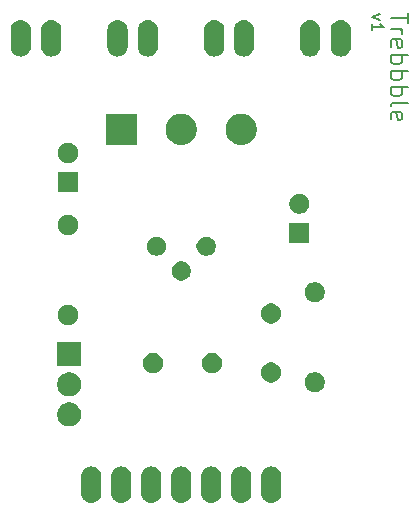
<source format=gbr>
G04 #@! TF.GenerationSoftware,KiCad,Pcbnew,(5.1.5-0-10_14)*
G04 #@! TF.CreationDate,2021-09-14T17:31:05+02:00*
G04 #@! TF.ProjectId,npnium,6e706e69-756d-42e6-9b69-6361645f7063,rev?*
G04 #@! TF.SameCoordinates,Original*
G04 #@! TF.FileFunction,Soldermask,Top*
G04 #@! TF.FilePolarity,Negative*
%FSLAX46Y46*%
G04 Gerber Fmt 4.6, Leading zero omitted, Abs format (unit mm)*
G04 Created by KiCad (PCBNEW (5.1.5-0-10_14)) date 2021-09-14 17:31:05*
%MOMM*%
%LPD*%
G04 APERTURE LIST*
%ADD10C,0.180000*%
%ADD11C,0.150000*%
%ADD12C,0.100000*%
G04 APERTURE END LIST*
D10*
X119221428Y-68559857D02*
X119221428Y-69417000D01*
X117721428Y-68988428D02*
X119221428Y-68988428D01*
X117721428Y-69917000D02*
X118721428Y-69917000D01*
X118435714Y-69917000D02*
X118578571Y-69988428D01*
X118650000Y-70059857D01*
X118721428Y-70202714D01*
X118721428Y-70345571D01*
X117792857Y-71417000D02*
X117721428Y-71274142D01*
X117721428Y-70988428D01*
X117792857Y-70845571D01*
X117935714Y-70774142D01*
X118507142Y-70774142D01*
X118650000Y-70845571D01*
X118721428Y-70988428D01*
X118721428Y-71274142D01*
X118650000Y-71417000D01*
X118507142Y-71488428D01*
X118364285Y-71488428D01*
X118221428Y-70774142D01*
X117721428Y-72131285D02*
X119221428Y-72131285D01*
X118650000Y-72131285D02*
X118721428Y-72274142D01*
X118721428Y-72559857D01*
X118650000Y-72702714D01*
X118578571Y-72774142D01*
X118435714Y-72845571D01*
X118007142Y-72845571D01*
X117864285Y-72774142D01*
X117792857Y-72702714D01*
X117721428Y-72559857D01*
X117721428Y-72274142D01*
X117792857Y-72131285D01*
X117721428Y-73488428D02*
X119221428Y-73488428D01*
X118650000Y-73488428D02*
X118721428Y-73631285D01*
X118721428Y-73917000D01*
X118650000Y-74059857D01*
X118578571Y-74131285D01*
X118435714Y-74202714D01*
X118007142Y-74202714D01*
X117864285Y-74131285D01*
X117792857Y-74059857D01*
X117721428Y-73917000D01*
X117721428Y-73631285D01*
X117792857Y-73488428D01*
X117721428Y-74845571D02*
X119221428Y-74845571D01*
X118650000Y-74845571D02*
X118721428Y-74988428D01*
X118721428Y-75274142D01*
X118650000Y-75417000D01*
X118578571Y-75488428D01*
X118435714Y-75559857D01*
X118007142Y-75559857D01*
X117864285Y-75488428D01*
X117792857Y-75417000D01*
X117721428Y-75274142D01*
X117721428Y-74988428D01*
X117792857Y-74845571D01*
X117721428Y-76417000D02*
X117792857Y-76274142D01*
X117935714Y-76202714D01*
X119221428Y-76202714D01*
X117792857Y-77559857D02*
X117721428Y-77417000D01*
X117721428Y-77131285D01*
X117792857Y-76988428D01*
X117935714Y-76917000D01*
X118507142Y-76917000D01*
X118650000Y-76988428D01*
X118721428Y-77131285D01*
X118721428Y-77417000D01*
X118650000Y-77559857D01*
X118507142Y-77631285D01*
X118364285Y-77631285D01*
X118221428Y-76917000D01*
D11*
X116814285Y-68640357D02*
X116147619Y-68878452D01*
X116814285Y-69116547D01*
X116147619Y-70021309D02*
X116147619Y-69449880D01*
X116147619Y-69735595D02*
X117147619Y-69735595D01*
X117004761Y-69640357D01*
X116909523Y-69545119D01*
X116861904Y-69449880D01*
D12*
G36*
X92546822Y-106961313D02*
G01*
X92707241Y-107009976D01*
X92855077Y-107088995D01*
X92984659Y-107195341D01*
X93091004Y-107324922D01*
X93091005Y-107324924D01*
X93170024Y-107472758D01*
X93218687Y-107633177D01*
X93231000Y-107758196D01*
X93231000Y-109241804D01*
X93218687Y-109366823D01*
X93170024Y-109527242D01*
X93099114Y-109659906D01*
X93091004Y-109675078D01*
X92984659Y-109804659D01*
X92855078Y-109911004D01*
X92855076Y-109911005D01*
X92707242Y-109990024D01*
X92546823Y-110038687D01*
X92380000Y-110055117D01*
X92213178Y-110038687D01*
X92052759Y-109990024D01*
X91904925Y-109911005D01*
X91904923Y-109911004D01*
X91775342Y-109804659D01*
X91668997Y-109675078D01*
X91660887Y-109659906D01*
X91589977Y-109527242D01*
X91541314Y-109366823D01*
X91529001Y-109241804D01*
X91529000Y-107758197D01*
X91541313Y-107633178D01*
X91589976Y-107472759D01*
X91668995Y-107324923D01*
X91775341Y-107195341D01*
X91904922Y-107088996D01*
X91920094Y-107080886D01*
X92052758Y-107009976D01*
X92213177Y-106961313D01*
X92380000Y-106944883D01*
X92546822Y-106961313D01*
G37*
G36*
X95086822Y-106961313D02*
G01*
X95247241Y-107009976D01*
X95395077Y-107088995D01*
X95524659Y-107195341D01*
X95631004Y-107324922D01*
X95631005Y-107324924D01*
X95710024Y-107472758D01*
X95758687Y-107633177D01*
X95771000Y-107758196D01*
X95771000Y-109241804D01*
X95758687Y-109366823D01*
X95710024Y-109527242D01*
X95639114Y-109659906D01*
X95631004Y-109675078D01*
X95524659Y-109804659D01*
X95395078Y-109911004D01*
X95395076Y-109911005D01*
X95247242Y-109990024D01*
X95086823Y-110038687D01*
X94920000Y-110055117D01*
X94753178Y-110038687D01*
X94592759Y-109990024D01*
X94444925Y-109911005D01*
X94444923Y-109911004D01*
X94315342Y-109804659D01*
X94208997Y-109675078D01*
X94200887Y-109659906D01*
X94129977Y-109527242D01*
X94081314Y-109366823D01*
X94069001Y-109241804D01*
X94069000Y-107758197D01*
X94081313Y-107633178D01*
X94129976Y-107472759D01*
X94208995Y-107324923D01*
X94315341Y-107195341D01*
X94444922Y-107088996D01*
X94460094Y-107080886D01*
X94592758Y-107009976D01*
X94753177Y-106961313D01*
X94920000Y-106944883D01*
X95086822Y-106961313D01*
G37*
G36*
X97626822Y-106961313D02*
G01*
X97787241Y-107009976D01*
X97935077Y-107088995D01*
X98064659Y-107195341D01*
X98171004Y-107324922D01*
X98171005Y-107324924D01*
X98250024Y-107472758D01*
X98298687Y-107633177D01*
X98311000Y-107758196D01*
X98311000Y-109241804D01*
X98298687Y-109366823D01*
X98250024Y-109527242D01*
X98179114Y-109659906D01*
X98171004Y-109675078D01*
X98064659Y-109804659D01*
X97935078Y-109911004D01*
X97935076Y-109911005D01*
X97787242Y-109990024D01*
X97626823Y-110038687D01*
X97460000Y-110055117D01*
X97293178Y-110038687D01*
X97132759Y-109990024D01*
X96984925Y-109911005D01*
X96984923Y-109911004D01*
X96855342Y-109804659D01*
X96748997Y-109675078D01*
X96740887Y-109659906D01*
X96669977Y-109527242D01*
X96621314Y-109366823D01*
X96609001Y-109241804D01*
X96609000Y-107758197D01*
X96621313Y-107633178D01*
X96669976Y-107472759D01*
X96748995Y-107324923D01*
X96855341Y-107195341D01*
X96984922Y-107088996D01*
X97000094Y-107080886D01*
X97132758Y-107009976D01*
X97293177Y-106961313D01*
X97460000Y-106944883D01*
X97626822Y-106961313D01*
G37*
G36*
X100166822Y-106961313D02*
G01*
X100327241Y-107009976D01*
X100475077Y-107088995D01*
X100604659Y-107195341D01*
X100711004Y-107324922D01*
X100711005Y-107324924D01*
X100790024Y-107472758D01*
X100838687Y-107633177D01*
X100851000Y-107758196D01*
X100851000Y-109241804D01*
X100838687Y-109366823D01*
X100790024Y-109527242D01*
X100719114Y-109659906D01*
X100711004Y-109675078D01*
X100604659Y-109804659D01*
X100475078Y-109911004D01*
X100475076Y-109911005D01*
X100327242Y-109990024D01*
X100166823Y-110038687D01*
X100000000Y-110055117D01*
X99833178Y-110038687D01*
X99672759Y-109990024D01*
X99524925Y-109911005D01*
X99524923Y-109911004D01*
X99395342Y-109804659D01*
X99288997Y-109675078D01*
X99280887Y-109659906D01*
X99209977Y-109527242D01*
X99161314Y-109366823D01*
X99149001Y-109241804D01*
X99149000Y-107758197D01*
X99161313Y-107633178D01*
X99209976Y-107472759D01*
X99288995Y-107324923D01*
X99395341Y-107195341D01*
X99524922Y-107088996D01*
X99540094Y-107080886D01*
X99672758Y-107009976D01*
X99833177Y-106961313D01*
X100000000Y-106944883D01*
X100166822Y-106961313D01*
G37*
G36*
X102706822Y-106961313D02*
G01*
X102867241Y-107009976D01*
X103015077Y-107088995D01*
X103144659Y-107195341D01*
X103251004Y-107324922D01*
X103251005Y-107324924D01*
X103330024Y-107472758D01*
X103378687Y-107633177D01*
X103391000Y-107758196D01*
X103391000Y-109241804D01*
X103378687Y-109366823D01*
X103330024Y-109527242D01*
X103259114Y-109659906D01*
X103251004Y-109675078D01*
X103144659Y-109804659D01*
X103015078Y-109911004D01*
X103015076Y-109911005D01*
X102867242Y-109990024D01*
X102706823Y-110038687D01*
X102540000Y-110055117D01*
X102373178Y-110038687D01*
X102212759Y-109990024D01*
X102064925Y-109911005D01*
X102064923Y-109911004D01*
X101935342Y-109804659D01*
X101828997Y-109675078D01*
X101820887Y-109659906D01*
X101749977Y-109527242D01*
X101701314Y-109366823D01*
X101689001Y-109241804D01*
X101689000Y-107758197D01*
X101701313Y-107633178D01*
X101749976Y-107472759D01*
X101828995Y-107324923D01*
X101935341Y-107195341D01*
X102064922Y-107088996D01*
X102080094Y-107080886D01*
X102212758Y-107009976D01*
X102373177Y-106961313D01*
X102540000Y-106944883D01*
X102706822Y-106961313D01*
G37*
G36*
X105246822Y-106961313D02*
G01*
X105407241Y-107009976D01*
X105555077Y-107088995D01*
X105684659Y-107195341D01*
X105791004Y-107324922D01*
X105791005Y-107324924D01*
X105870024Y-107472758D01*
X105918687Y-107633177D01*
X105931000Y-107758196D01*
X105931000Y-109241804D01*
X105918687Y-109366823D01*
X105870024Y-109527242D01*
X105799114Y-109659906D01*
X105791004Y-109675078D01*
X105684659Y-109804659D01*
X105555078Y-109911004D01*
X105555076Y-109911005D01*
X105407242Y-109990024D01*
X105246823Y-110038687D01*
X105080000Y-110055117D01*
X104913178Y-110038687D01*
X104752759Y-109990024D01*
X104604925Y-109911005D01*
X104604923Y-109911004D01*
X104475342Y-109804659D01*
X104368997Y-109675078D01*
X104360887Y-109659906D01*
X104289977Y-109527242D01*
X104241314Y-109366823D01*
X104229001Y-109241804D01*
X104229000Y-107758197D01*
X104241313Y-107633178D01*
X104289976Y-107472759D01*
X104368995Y-107324923D01*
X104475341Y-107195341D01*
X104604922Y-107088996D01*
X104620094Y-107080886D01*
X104752758Y-107009976D01*
X104913177Y-106961313D01*
X105080000Y-106944883D01*
X105246822Y-106961313D01*
G37*
G36*
X107786822Y-106961313D02*
G01*
X107947241Y-107009976D01*
X108095077Y-107088995D01*
X108224659Y-107195341D01*
X108331004Y-107324922D01*
X108331005Y-107324924D01*
X108410024Y-107472758D01*
X108458687Y-107633177D01*
X108471000Y-107758196D01*
X108471000Y-109241804D01*
X108458687Y-109366823D01*
X108410024Y-109527242D01*
X108339114Y-109659906D01*
X108331004Y-109675078D01*
X108224659Y-109804659D01*
X108095078Y-109911004D01*
X108095076Y-109911005D01*
X107947242Y-109990024D01*
X107786823Y-110038687D01*
X107620000Y-110055117D01*
X107453178Y-110038687D01*
X107292759Y-109990024D01*
X107144925Y-109911005D01*
X107144923Y-109911004D01*
X107015342Y-109804659D01*
X106908997Y-109675078D01*
X106900887Y-109659906D01*
X106829977Y-109527242D01*
X106781314Y-109366823D01*
X106769001Y-109241804D01*
X106769000Y-107758197D01*
X106781313Y-107633178D01*
X106829976Y-107472759D01*
X106908995Y-107324923D01*
X107015341Y-107195341D01*
X107144922Y-107088996D01*
X107160094Y-107080886D01*
X107292758Y-107009976D01*
X107453177Y-106961313D01*
X107620000Y-106944883D01*
X107786822Y-106961313D01*
G37*
G36*
X90796415Y-101562851D02*
G01*
X90981350Y-101639454D01*
X90981351Y-101639455D01*
X91147790Y-101750666D01*
X91289334Y-101892210D01*
X91289335Y-101892212D01*
X91400546Y-102058650D01*
X91477149Y-102243585D01*
X91516200Y-102439912D01*
X91516200Y-102640088D01*
X91477149Y-102836415D01*
X91400546Y-103021350D01*
X91400545Y-103021351D01*
X91289334Y-103187790D01*
X91147790Y-103329334D01*
X91064004Y-103385318D01*
X90981350Y-103440546D01*
X90796415Y-103517149D01*
X90600088Y-103556200D01*
X90399912Y-103556200D01*
X90203585Y-103517149D01*
X90018650Y-103440546D01*
X89935996Y-103385318D01*
X89852210Y-103329334D01*
X89710666Y-103187790D01*
X89599455Y-103021351D01*
X89599454Y-103021350D01*
X89522851Y-102836415D01*
X89483800Y-102640088D01*
X89483800Y-102439912D01*
X89522851Y-102243585D01*
X89599454Y-102058650D01*
X89710665Y-101892212D01*
X89710666Y-101892210D01*
X89852210Y-101750666D01*
X90018649Y-101639455D01*
X90018650Y-101639454D01*
X90203585Y-101562851D01*
X90399912Y-101523800D01*
X90600088Y-101523800D01*
X90796415Y-101562851D01*
G37*
G36*
X90796415Y-99022851D02*
G01*
X90981350Y-99099454D01*
X90981351Y-99099455D01*
X91147790Y-99210666D01*
X91289334Y-99352210D01*
X91332558Y-99416900D01*
X91400546Y-99518650D01*
X91477149Y-99703585D01*
X91516200Y-99899912D01*
X91516200Y-100100088D01*
X91477149Y-100296415D01*
X91400546Y-100481350D01*
X91400545Y-100481351D01*
X91289334Y-100647790D01*
X91147790Y-100789334D01*
X91064004Y-100845318D01*
X90981350Y-100900546D01*
X90796415Y-100977149D01*
X90600088Y-101016200D01*
X90399912Y-101016200D01*
X90203585Y-100977149D01*
X90018650Y-100900546D01*
X89935996Y-100845318D01*
X89852210Y-100789334D01*
X89710666Y-100647790D01*
X89599455Y-100481351D01*
X89599454Y-100481350D01*
X89522851Y-100296415D01*
X89483800Y-100100088D01*
X89483800Y-99899912D01*
X89522851Y-99703585D01*
X89599454Y-99518650D01*
X89667442Y-99416900D01*
X89710666Y-99352210D01*
X89852210Y-99210666D01*
X90018649Y-99099455D01*
X90018650Y-99099454D01*
X90203585Y-99022851D01*
X90399912Y-98983800D01*
X90600088Y-98983800D01*
X90796415Y-99022851D01*
G37*
G36*
X111548228Y-99001703D02*
G01*
X111703100Y-99065853D01*
X111842481Y-99158985D01*
X111961015Y-99277519D01*
X112054147Y-99416900D01*
X112118297Y-99571772D01*
X112151000Y-99736184D01*
X112151000Y-99903816D01*
X112118297Y-100068228D01*
X112054147Y-100223100D01*
X111961015Y-100362481D01*
X111842481Y-100481015D01*
X111703100Y-100574147D01*
X111548228Y-100638297D01*
X111383816Y-100671000D01*
X111216184Y-100671000D01*
X111051772Y-100638297D01*
X110896900Y-100574147D01*
X110757519Y-100481015D01*
X110638985Y-100362481D01*
X110545853Y-100223100D01*
X110481703Y-100068228D01*
X110449000Y-99903816D01*
X110449000Y-99736184D01*
X110481703Y-99571772D01*
X110545853Y-99416900D01*
X110638985Y-99277519D01*
X110757519Y-99158985D01*
X110896900Y-99065853D01*
X111051772Y-99001703D01*
X111216184Y-98969000D01*
X111383816Y-98969000D01*
X111548228Y-99001703D01*
G37*
G36*
X107848228Y-98181703D02*
G01*
X108003100Y-98245853D01*
X108142481Y-98338985D01*
X108261015Y-98457519D01*
X108354147Y-98596900D01*
X108418297Y-98751772D01*
X108451000Y-98916184D01*
X108451000Y-99083816D01*
X108418297Y-99248228D01*
X108354147Y-99403100D01*
X108261015Y-99542481D01*
X108142481Y-99661015D01*
X108003100Y-99754147D01*
X107848228Y-99818297D01*
X107683816Y-99851000D01*
X107516184Y-99851000D01*
X107351772Y-99818297D01*
X107196900Y-99754147D01*
X107057519Y-99661015D01*
X106938985Y-99542481D01*
X106845853Y-99403100D01*
X106781703Y-99248228D01*
X106749000Y-99083816D01*
X106749000Y-98916184D01*
X106781703Y-98751772D01*
X106845853Y-98596900D01*
X106938985Y-98457519D01*
X107057519Y-98338985D01*
X107196900Y-98245853D01*
X107351772Y-98181703D01*
X107516184Y-98149000D01*
X107683816Y-98149000D01*
X107848228Y-98181703D01*
G37*
G36*
X97848228Y-97381703D02*
G01*
X98003100Y-97445853D01*
X98142481Y-97538985D01*
X98261015Y-97657519D01*
X98354147Y-97796900D01*
X98418297Y-97951772D01*
X98451000Y-98116184D01*
X98451000Y-98283816D01*
X98418297Y-98448228D01*
X98354147Y-98603100D01*
X98261015Y-98742481D01*
X98142481Y-98861015D01*
X98003100Y-98954147D01*
X97848228Y-99018297D01*
X97683816Y-99051000D01*
X97516184Y-99051000D01*
X97351772Y-99018297D01*
X97196900Y-98954147D01*
X97057519Y-98861015D01*
X96938985Y-98742481D01*
X96845853Y-98603100D01*
X96781703Y-98448228D01*
X96749000Y-98283816D01*
X96749000Y-98116184D01*
X96781703Y-97951772D01*
X96845853Y-97796900D01*
X96938985Y-97657519D01*
X97057519Y-97538985D01*
X97196900Y-97445853D01*
X97351772Y-97381703D01*
X97516184Y-97349000D01*
X97683816Y-97349000D01*
X97848228Y-97381703D01*
G37*
G36*
X102848228Y-97381703D02*
G01*
X103003100Y-97445853D01*
X103142481Y-97538985D01*
X103261015Y-97657519D01*
X103354147Y-97796900D01*
X103418297Y-97951772D01*
X103451000Y-98116184D01*
X103451000Y-98283816D01*
X103418297Y-98448228D01*
X103354147Y-98603100D01*
X103261015Y-98742481D01*
X103142481Y-98861015D01*
X103003100Y-98954147D01*
X102848228Y-99018297D01*
X102683816Y-99051000D01*
X102516184Y-99051000D01*
X102351772Y-99018297D01*
X102196900Y-98954147D01*
X102057519Y-98861015D01*
X101938985Y-98742481D01*
X101845853Y-98603100D01*
X101781703Y-98448228D01*
X101749000Y-98283816D01*
X101749000Y-98116184D01*
X101781703Y-97951772D01*
X101845853Y-97796900D01*
X101938985Y-97657519D01*
X102057519Y-97538985D01*
X102196900Y-97445853D01*
X102351772Y-97381703D01*
X102516184Y-97349000D01*
X102683816Y-97349000D01*
X102848228Y-97381703D01*
G37*
G36*
X91516200Y-98476200D02*
G01*
X89483800Y-98476200D01*
X89483800Y-96443800D01*
X91516200Y-96443800D01*
X91516200Y-98476200D01*
G37*
G36*
X90648228Y-93301703D02*
G01*
X90803100Y-93365853D01*
X90942481Y-93458985D01*
X91061015Y-93577519D01*
X91154147Y-93716900D01*
X91218297Y-93871772D01*
X91251000Y-94036184D01*
X91251000Y-94203816D01*
X91218297Y-94368228D01*
X91154147Y-94523100D01*
X91061015Y-94662481D01*
X90942481Y-94781015D01*
X90803100Y-94874147D01*
X90648228Y-94938297D01*
X90483816Y-94971000D01*
X90316184Y-94971000D01*
X90151772Y-94938297D01*
X89996900Y-94874147D01*
X89857519Y-94781015D01*
X89738985Y-94662481D01*
X89645853Y-94523100D01*
X89581703Y-94368228D01*
X89549000Y-94203816D01*
X89549000Y-94036184D01*
X89581703Y-93871772D01*
X89645853Y-93716900D01*
X89738985Y-93577519D01*
X89857519Y-93458985D01*
X89996900Y-93365853D01*
X90151772Y-93301703D01*
X90316184Y-93269000D01*
X90483816Y-93269000D01*
X90648228Y-93301703D01*
G37*
G36*
X107848228Y-93181703D02*
G01*
X108003100Y-93245853D01*
X108142481Y-93338985D01*
X108261015Y-93457519D01*
X108354147Y-93596900D01*
X108418297Y-93751772D01*
X108451000Y-93916184D01*
X108451000Y-94083816D01*
X108418297Y-94248228D01*
X108354147Y-94403100D01*
X108261015Y-94542481D01*
X108142481Y-94661015D01*
X108003100Y-94754147D01*
X107848228Y-94818297D01*
X107683816Y-94851000D01*
X107516184Y-94851000D01*
X107351772Y-94818297D01*
X107196900Y-94754147D01*
X107057519Y-94661015D01*
X106938985Y-94542481D01*
X106845853Y-94403100D01*
X106781703Y-94248228D01*
X106749000Y-94083816D01*
X106749000Y-93916184D01*
X106781703Y-93751772D01*
X106845853Y-93596900D01*
X106938985Y-93457519D01*
X107057519Y-93338985D01*
X107196900Y-93245853D01*
X107351772Y-93181703D01*
X107516184Y-93149000D01*
X107683816Y-93149000D01*
X107848228Y-93181703D01*
G37*
G36*
X111548228Y-91381703D02*
G01*
X111703100Y-91445853D01*
X111842481Y-91538985D01*
X111961015Y-91657519D01*
X112054147Y-91796900D01*
X112118297Y-91951772D01*
X112151000Y-92116184D01*
X112151000Y-92283816D01*
X112118297Y-92448228D01*
X112054147Y-92603100D01*
X111961015Y-92742481D01*
X111842481Y-92861015D01*
X111703100Y-92954147D01*
X111548228Y-93018297D01*
X111383816Y-93051000D01*
X111216184Y-93051000D01*
X111051772Y-93018297D01*
X110896900Y-92954147D01*
X110757519Y-92861015D01*
X110638985Y-92742481D01*
X110545853Y-92603100D01*
X110481703Y-92448228D01*
X110449000Y-92283816D01*
X110449000Y-92116184D01*
X110481703Y-91951772D01*
X110545853Y-91796900D01*
X110638985Y-91657519D01*
X110757519Y-91538985D01*
X110896900Y-91445853D01*
X111051772Y-91381703D01*
X111216184Y-91349000D01*
X111383816Y-91349000D01*
X111548228Y-91381703D01*
G37*
G36*
X100237142Y-89618242D02*
G01*
X100385101Y-89679529D01*
X100518255Y-89768499D01*
X100631501Y-89881745D01*
X100720471Y-90014899D01*
X100781758Y-90162858D01*
X100813000Y-90319925D01*
X100813000Y-90480075D01*
X100781758Y-90637142D01*
X100720471Y-90785101D01*
X100631501Y-90918255D01*
X100518255Y-91031501D01*
X100385101Y-91120471D01*
X100237142Y-91181758D01*
X100080075Y-91213000D01*
X99919925Y-91213000D01*
X99762858Y-91181758D01*
X99614899Y-91120471D01*
X99481745Y-91031501D01*
X99368499Y-90918255D01*
X99279529Y-90785101D01*
X99218242Y-90637142D01*
X99187000Y-90480075D01*
X99187000Y-90319925D01*
X99218242Y-90162858D01*
X99279529Y-90014899D01*
X99368499Y-89881745D01*
X99481745Y-89768499D01*
X99614899Y-89679529D01*
X99762858Y-89618242D01*
X99919925Y-89587000D01*
X100080075Y-89587000D01*
X100237142Y-89618242D01*
G37*
G36*
X102337142Y-87518242D02*
G01*
X102485101Y-87579529D01*
X102618255Y-87668499D01*
X102731501Y-87781745D01*
X102820471Y-87914899D01*
X102881758Y-88062858D01*
X102913000Y-88219925D01*
X102913000Y-88380075D01*
X102881758Y-88537142D01*
X102820471Y-88685101D01*
X102731501Y-88818255D01*
X102618255Y-88931501D01*
X102485101Y-89020471D01*
X102337142Y-89081758D01*
X102180075Y-89113000D01*
X102019925Y-89113000D01*
X101862858Y-89081758D01*
X101714899Y-89020471D01*
X101581745Y-88931501D01*
X101468499Y-88818255D01*
X101379529Y-88685101D01*
X101318242Y-88537142D01*
X101287000Y-88380075D01*
X101287000Y-88219925D01*
X101318242Y-88062858D01*
X101379529Y-87914899D01*
X101468499Y-87781745D01*
X101581745Y-87668499D01*
X101714899Y-87579529D01*
X101862858Y-87518242D01*
X102019925Y-87487000D01*
X102180075Y-87487000D01*
X102337142Y-87518242D01*
G37*
G36*
X98137142Y-87518242D02*
G01*
X98285101Y-87579529D01*
X98418255Y-87668499D01*
X98531501Y-87781745D01*
X98620471Y-87914899D01*
X98681758Y-88062858D01*
X98713000Y-88219925D01*
X98713000Y-88380075D01*
X98681758Y-88537142D01*
X98620471Y-88685101D01*
X98531501Y-88818255D01*
X98418255Y-88931501D01*
X98285101Y-89020471D01*
X98137142Y-89081758D01*
X97980075Y-89113000D01*
X97819925Y-89113000D01*
X97662858Y-89081758D01*
X97514899Y-89020471D01*
X97381745Y-88931501D01*
X97268499Y-88818255D01*
X97179529Y-88685101D01*
X97118242Y-88537142D01*
X97087000Y-88380075D01*
X97087000Y-88219925D01*
X97118242Y-88062858D01*
X97179529Y-87914899D01*
X97268499Y-87781745D01*
X97381745Y-87668499D01*
X97514899Y-87579529D01*
X97662858Y-87518242D01*
X97819925Y-87487000D01*
X97980075Y-87487000D01*
X98137142Y-87518242D01*
G37*
G36*
X110851000Y-88051000D02*
G01*
X109149000Y-88051000D01*
X109149000Y-86349000D01*
X110851000Y-86349000D01*
X110851000Y-88051000D01*
G37*
G36*
X90648228Y-85681703D02*
G01*
X90803100Y-85745853D01*
X90942481Y-85838985D01*
X91061015Y-85957519D01*
X91154147Y-86096900D01*
X91218297Y-86251772D01*
X91251000Y-86416184D01*
X91251000Y-86583816D01*
X91218297Y-86748228D01*
X91154147Y-86903100D01*
X91061015Y-87042481D01*
X90942481Y-87161015D01*
X90803100Y-87254147D01*
X90648228Y-87318297D01*
X90483816Y-87351000D01*
X90316184Y-87351000D01*
X90151772Y-87318297D01*
X89996900Y-87254147D01*
X89857519Y-87161015D01*
X89738985Y-87042481D01*
X89645853Y-86903100D01*
X89581703Y-86748228D01*
X89549000Y-86583816D01*
X89549000Y-86416184D01*
X89581703Y-86251772D01*
X89645853Y-86096900D01*
X89738985Y-85957519D01*
X89857519Y-85838985D01*
X89996900Y-85745853D01*
X90151772Y-85681703D01*
X90316184Y-85649000D01*
X90483816Y-85649000D01*
X90648228Y-85681703D01*
G37*
G36*
X110248228Y-83881703D02*
G01*
X110403100Y-83945853D01*
X110542481Y-84038985D01*
X110661015Y-84157519D01*
X110754147Y-84296900D01*
X110818297Y-84451772D01*
X110851000Y-84616184D01*
X110851000Y-84783816D01*
X110818297Y-84948228D01*
X110754147Y-85103100D01*
X110661015Y-85242481D01*
X110542481Y-85361015D01*
X110403100Y-85454147D01*
X110248228Y-85518297D01*
X110083816Y-85551000D01*
X109916184Y-85551000D01*
X109751772Y-85518297D01*
X109596900Y-85454147D01*
X109457519Y-85361015D01*
X109338985Y-85242481D01*
X109245853Y-85103100D01*
X109181703Y-84948228D01*
X109149000Y-84783816D01*
X109149000Y-84616184D01*
X109181703Y-84451772D01*
X109245853Y-84296900D01*
X109338985Y-84157519D01*
X109457519Y-84038985D01*
X109596900Y-83945853D01*
X109751772Y-83881703D01*
X109916184Y-83849000D01*
X110083816Y-83849000D01*
X110248228Y-83881703D01*
G37*
G36*
X91251000Y-83751000D02*
G01*
X89549000Y-83751000D01*
X89549000Y-82049000D01*
X91251000Y-82049000D01*
X91251000Y-83751000D01*
G37*
G36*
X90648228Y-79581703D02*
G01*
X90803100Y-79645853D01*
X90942481Y-79738985D01*
X91061015Y-79857519D01*
X91154147Y-79996900D01*
X91218297Y-80151772D01*
X91251000Y-80316184D01*
X91251000Y-80483816D01*
X91218297Y-80648228D01*
X91154147Y-80803100D01*
X91061015Y-80942481D01*
X90942481Y-81061015D01*
X90803100Y-81154147D01*
X90648228Y-81218297D01*
X90483816Y-81251000D01*
X90316184Y-81251000D01*
X90151772Y-81218297D01*
X89996900Y-81154147D01*
X89857519Y-81061015D01*
X89738985Y-80942481D01*
X89645853Y-80803100D01*
X89581703Y-80648228D01*
X89549000Y-80483816D01*
X89549000Y-80316184D01*
X89581703Y-80151772D01*
X89645853Y-79996900D01*
X89738985Y-79857519D01*
X89857519Y-79738985D01*
X89996900Y-79645853D01*
X90151772Y-79581703D01*
X90316184Y-79549000D01*
X90483816Y-79549000D01*
X90648228Y-79581703D01*
G37*
G36*
X96241000Y-79721000D02*
G01*
X93599000Y-79721000D01*
X93599000Y-77079000D01*
X96241000Y-77079000D01*
X96241000Y-79721000D01*
G37*
G36*
X100257715Y-77104383D02*
G01*
X100385322Y-77129765D01*
X100526148Y-77188097D01*
X100625727Y-77229344D01*
X100625728Y-77229345D01*
X100842089Y-77373912D01*
X101026088Y-77557911D01*
X101122685Y-77702479D01*
X101170656Y-77774273D01*
X101211903Y-77873852D01*
X101270235Y-78014678D01*
X101321000Y-78269893D01*
X101321000Y-78530107D01*
X101270235Y-78785322D01*
X101211903Y-78926148D01*
X101170656Y-79025727D01*
X101170655Y-79025728D01*
X101026088Y-79242089D01*
X100842089Y-79426088D01*
X100697521Y-79522685D01*
X100625727Y-79570656D01*
X100526148Y-79611903D01*
X100385322Y-79670235D01*
X100257715Y-79695617D01*
X100130109Y-79721000D01*
X99869891Y-79721000D01*
X99742285Y-79695617D01*
X99614678Y-79670235D01*
X99473852Y-79611903D01*
X99374273Y-79570656D01*
X99302479Y-79522685D01*
X99157911Y-79426088D01*
X98973912Y-79242089D01*
X98829345Y-79025728D01*
X98829344Y-79025727D01*
X98788097Y-78926148D01*
X98729765Y-78785322D01*
X98679000Y-78530107D01*
X98679000Y-78269893D01*
X98729765Y-78014678D01*
X98788097Y-77873852D01*
X98829344Y-77774273D01*
X98877315Y-77702479D01*
X98973912Y-77557911D01*
X99157911Y-77373912D01*
X99374272Y-77229345D01*
X99374273Y-77229344D01*
X99473852Y-77188097D01*
X99614678Y-77129765D01*
X99742285Y-77104383D01*
X99869891Y-77079000D01*
X100130109Y-77079000D01*
X100257715Y-77104383D01*
G37*
G36*
X105337715Y-77104383D02*
G01*
X105465322Y-77129765D01*
X105606148Y-77188097D01*
X105705727Y-77229344D01*
X105705728Y-77229345D01*
X105922089Y-77373912D01*
X106106088Y-77557911D01*
X106202685Y-77702479D01*
X106250656Y-77774273D01*
X106291903Y-77873852D01*
X106350235Y-78014678D01*
X106401000Y-78269893D01*
X106401000Y-78530107D01*
X106350235Y-78785322D01*
X106291903Y-78926148D01*
X106250656Y-79025727D01*
X106250655Y-79025728D01*
X106106088Y-79242089D01*
X105922089Y-79426088D01*
X105777521Y-79522685D01*
X105705727Y-79570656D01*
X105606148Y-79611903D01*
X105465322Y-79670235D01*
X105337715Y-79695617D01*
X105210109Y-79721000D01*
X104949891Y-79721000D01*
X104822285Y-79695617D01*
X104694678Y-79670235D01*
X104553852Y-79611903D01*
X104454273Y-79570656D01*
X104382479Y-79522685D01*
X104237911Y-79426088D01*
X104053912Y-79242089D01*
X103909345Y-79025728D01*
X103909344Y-79025727D01*
X103868097Y-78926148D01*
X103809765Y-78785322D01*
X103759000Y-78530107D01*
X103759000Y-78269893D01*
X103809765Y-78014678D01*
X103868097Y-77873852D01*
X103909344Y-77774273D01*
X103957315Y-77702479D01*
X104053912Y-77557911D01*
X104237911Y-77373912D01*
X104454272Y-77229345D01*
X104454273Y-77229344D01*
X104553852Y-77188097D01*
X104694678Y-77129765D01*
X104822285Y-77104383D01*
X104949891Y-77079000D01*
X105210109Y-77079000D01*
X105337715Y-77104383D01*
G37*
G36*
X94766822Y-69161313D02*
G01*
X94927241Y-69209976D01*
X95075077Y-69288995D01*
X95204659Y-69395341D01*
X95311004Y-69524922D01*
X95311005Y-69524924D01*
X95390024Y-69672758D01*
X95438687Y-69833177D01*
X95451000Y-69958196D01*
X95451000Y-71441804D01*
X95438687Y-71566823D01*
X95390024Y-71727242D01*
X95319114Y-71859906D01*
X95311004Y-71875078D01*
X95204659Y-72004659D01*
X95075078Y-72111004D01*
X95075076Y-72111005D01*
X94927242Y-72190024D01*
X94766823Y-72238687D01*
X94600000Y-72255117D01*
X94433178Y-72238687D01*
X94272759Y-72190024D01*
X94124925Y-72111005D01*
X94124923Y-72111004D01*
X93995342Y-72004659D01*
X93888997Y-71875078D01*
X93880887Y-71859906D01*
X93809977Y-71727242D01*
X93761314Y-71566823D01*
X93749001Y-71441804D01*
X93749000Y-69958197D01*
X93761313Y-69833178D01*
X93809976Y-69672759D01*
X93888995Y-69524923D01*
X93995341Y-69395341D01*
X94124922Y-69288996D01*
X94140094Y-69280886D01*
X94272758Y-69209976D01*
X94433177Y-69161313D01*
X94600000Y-69144883D01*
X94766822Y-69161313D01*
G37*
G36*
X113666822Y-69161313D02*
G01*
X113827241Y-69209976D01*
X113975077Y-69288995D01*
X114104659Y-69395341D01*
X114211004Y-69524922D01*
X114211005Y-69524924D01*
X114290024Y-69672758D01*
X114338687Y-69833177D01*
X114351000Y-69958196D01*
X114351000Y-71441804D01*
X114338687Y-71566823D01*
X114290024Y-71727242D01*
X114219114Y-71859906D01*
X114211004Y-71875078D01*
X114104659Y-72004659D01*
X113975078Y-72111004D01*
X113975076Y-72111005D01*
X113827242Y-72190024D01*
X113666823Y-72238687D01*
X113500000Y-72255117D01*
X113333178Y-72238687D01*
X113172759Y-72190024D01*
X113024925Y-72111005D01*
X113024923Y-72111004D01*
X112895342Y-72004659D01*
X112788997Y-71875078D01*
X112780887Y-71859906D01*
X112709977Y-71727242D01*
X112661314Y-71566823D01*
X112649001Y-71441804D01*
X112649000Y-69958197D01*
X112661313Y-69833178D01*
X112709976Y-69672759D01*
X112788995Y-69524923D01*
X112895341Y-69395341D01*
X113024922Y-69288996D01*
X113040094Y-69280886D01*
X113172758Y-69209976D01*
X113333177Y-69161313D01*
X113500000Y-69144883D01*
X113666822Y-69161313D01*
G37*
G36*
X111066822Y-69161313D02*
G01*
X111227241Y-69209976D01*
X111375077Y-69288995D01*
X111504659Y-69395341D01*
X111611004Y-69524922D01*
X111611005Y-69524924D01*
X111690024Y-69672758D01*
X111738687Y-69833177D01*
X111751000Y-69958196D01*
X111751000Y-71441804D01*
X111738687Y-71566823D01*
X111690024Y-71727242D01*
X111619114Y-71859906D01*
X111611004Y-71875078D01*
X111504659Y-72004659D01*
X111375078Y-72111004D01*
X111375076Y-72111005D01*
X111227242Y-72190024D01*
X111066823Y-72238687D01*
X110900000Y-72255117D01*
X110733178Y-72238687D01*
X110572759Y-72190024D01*
X110424925Y-72111005D01*
X110424923Y-72111004D01*
X110295342Y-72004659D01*
X110188997Y-71875078D01*
X110180887Y-71859906D01*
X110109977Y-71727242D01*
X110061314Y-71566823D01*
X110049001Y-71441804D01*
X110049000Y-69958197D01*
X110061313Y-69833178D01*
X110109976Y-69672759D01*
X110188995Y-69524923D01*
X110295341Y-69395341D01*
X110424922Y-69288996D01*
X110440094Y-69280886D01*
X110572758Y-69209976D01*
X110733177Y-69161313D01*
X110900000Y-69144883D01*
X111066822Y-69161313D01*
G37*
G36*
X105466822Y-69161313D02*
G01*
X105627241Y-69209976D01*
X105775077Y-69288995D01*
X105904659Y-69395341D01*
X106011004Y-69524922D01*
X106011005Y-69524924D01*
X106090024Y-69672758D01*
X106138687Y-69833177D01*
X106151000Y-69958196D01*
X106151000Y-71441804D01*
X106138687Y-71566823D01*
X106090024Y-71727242D01*
X106019114Y-71859906D01*
X106011004Y-71875078D01*
X105904659Y-72004659D01*
X105775078Y-72111004D01*
X105775076Y-72111005D01*
X105627242Y-72190024D01*
X105466823Y-72238687D01*
X105300000Y-72255117D01*
X105133178Y-72238687D01*
X104972759Y-72190024D01*
X104824925Y-72111005D01*
X104824923Y-72111004D01*
X104695342Y-72004659D01*
X104588997Y-71875078D01*
X104580887Y-71859906D01*
X104509977Y-71727242D01*
X104461314Y-71566823D01*
X104449001Y-71441804D01*
X104449000Y-69958197D01*
X104461313Y-69833178D01*
X104509976Y-69672759D01*
X104588995Y-69524923D01*
X104695341Y-69395341D01*
X104824922Y-69288996D01*
X104840094Y-69280886D01*
X104972758Y-69209976D01*
X105133177Y-69161313D01*
X105300000Y-69144883D01*
X105466822Y-69161313D01*
G37*
G36*
X102966822Y-69161313D02*
G01*
X103127241Y-69209976D01*
X103275077Y-69288995D01*
X103404659Y-69395341D01*
X103511004Y-69524922D01*
X103511005Y-69524924D01*
X103590024Y-69672758D01*
X103638687Y-69833177D01*
X103651000Y-69958196D01*
X103651000Y-71441804D01*
X103638687Y-71566823D01*
X103590024Y-71727242D01*
X103519114Y-71859906D01*
X103511004Y-71875078D01*
X103404659Y-72004659D01*
X103275078Y-72111004D01*
X103275076Y-72111005D01*
X103127242Y-72190024D01*
X102966823Y-72238687D01*
X102800000Y-72255117D01*
X102633178Y-72238687D01*
X102472759Y-72190024D01*
X102324925Y-72111005D01*
X102324923Y-72111004D01*
X102195342Y-72004659D01*
X102088997Y-71875078D01*
X102080887Y-71859906D01*
X102009977Y-71727242D01*
X101961314Y-71566823D01*
X101949001Y-71441804D01*
X101949000Y-69958197D01*
X101961313Y-69833178D01*
X102009976Y-69672759D01*
X102088995Y-69524923D01*
X102195341Y-69395341D01*
X102324922Y-69288996D01*
X102340094Y-69280886D01*
X102472758Y-69209976D01*
X102633177Y-69161313D01*
X102800000Y-69144883D01*
X102966822Y-69161313D01*
G37*
G36*
X97336822Y-69161313D02*
G01*
X97497241Y-69209976D01*
X97645077Y-69288995D01*
X97774659Y-69395341D01*
X97881004Y-69524922D01*
X97881005Y-69524924D01*
X97960024Y-69672758D01*
X98008687Y-69833177D01*
X98021000Y-69958196D01*
X98021000Y-71441804D01*
X98008687Y-71566823D01*
X97960024Y-71727242D01*
X97889114Y-71859906D01*
X97881004Y-71875078D01*
X97774659Y-72004659D01*
X97645078Y-72111004D01*
X97645076Y-72111005D01*
X97497242Y-72190024D01*
X97336823Y-72238687D01*
X97170000Y-72255117D01*
X97003178Y-72238687D01*
X96842759Y-72190024D01*
X96694925Y-72111005D01*
X96694923Y-72111004D01*
X96565342Y-72004659D01*
X96458997Y-71875078D01*
X96450887Y-71859906D01*
X96379977Y-71727242D01*
X96331314Y-71566823D01*
X96319001Y-71441804D01*
X96319000Y-69958197D01*
X96331313Y-69833178D01*
X96379976Y-69672759D01*
X96458995Y-69524923D01*
X96565341Y-69395341D01*
X96694922Y-69288996D01*
X96710094Y-69280886D01*
X96842758Y-69209976D01*
X97003177Y-69161313D01*
X97170000Y-69144883D01*
X97336822Y-69161313D01*
G37*
G36*
X89166822Y-69161313D02*
G01*
X89327241Y-69209976D01*
X89475077Y-69288995D01*
X89604659Y-69395341D01*
X89711004Y-69524922D01*
X89711005Y-69524924D01*
X89790024Y-69672758D01*
X89838687Y-69833177D01*
X89851000Y-69958196D01*
X89851000Y-71441804D01*
X89838687Y-71566823D01*
X89790024Y-71727242D01*
X89719114Y-71859906D01*
X89711004Y-71875078D01*
X89604659Y-72004659D01*
X89475078Y-72111004D01*
X89475076Y-72111005D01*
X89327242Y-72190024D01*
X89166823Y-72238687D01*
X89000000Y-72255117D01*
X88833178Y-72238687D01*
X88672759Y-72190024D01*
X88524925Y-72111005D01*
X88524923Y-72111004D01*
X88395342Y-72004659D01*
X88288997Y-71875078D01*
X88280887Y-71859906D01*
X88209977Y-71727242D01*
X88161314Y-71566823D01*
X88149001Y-71441804D01*
X88149000Y-69958197D01*
X88161313Y-69833178D01*
X88209976Y-69672759D01*
X88288995Y-69524923D01*
X88395341Y-69395341D01*
X88524922Y-69288996D01*
X88540094Y-69280886D01*
X88672758Y-69209976D01*
X88833177Y-69161313D01*
X89000000Y-69144883D01*
X89166822Y-69161313D01*
G37*
G36*
X86566822Y-69161313D02*
G01*
X86727241Y-69209976D01*
X86875077Y-69288995D01*
X87004659Y-69395341D01*
X87111004Y-69524922D01*
X87111005Y-69524924D01*
X87190024Y-69672758D01*
X87238687Y-69833177D01*
X87251000Y-69958196D01*
X87251000Y-71441804D01*
X87238687Y-71566823D01*
X87190024Y-71727242D01*
X87119114Y-71859906D01*
X87111004Y-71875078D01*
X87004659Y-72004659D01*
X86875078Y-72111004D01*
X86875076Y-72111005D01*
X86727242Y-72190024D01*
X86566823Y-72238687D01*
X86400000Y-72255117D01*
X86233178Y-72238687D01*
X86072759Y-72190024D01*
X85924925Y-72111005D01*
X85924923Y-72111004D01*
X85795342Y-72004659D01*
X85688997Y-71875078D01*
X85680887Y-71859906D01*
X85609977Y-71727242D01*
X85561314Y-71566823D01*
X85549001Y-71441804D01*
X85549000Y-69958197D01*
X85561313Y-69833178D01*
X85609976Y-69672759D01*
X85688995Y-69524923D01*
X85795341Y-69395341D01*
X85924922Y-69288996D01*
X85940094Y-69280886D01*
X86072758Y-69209976D01*
X86233177Y-69161313D01*
X86400000Y-69144883D01*
X86566822Y-69161313D01*
G37*
M02*

</source>
